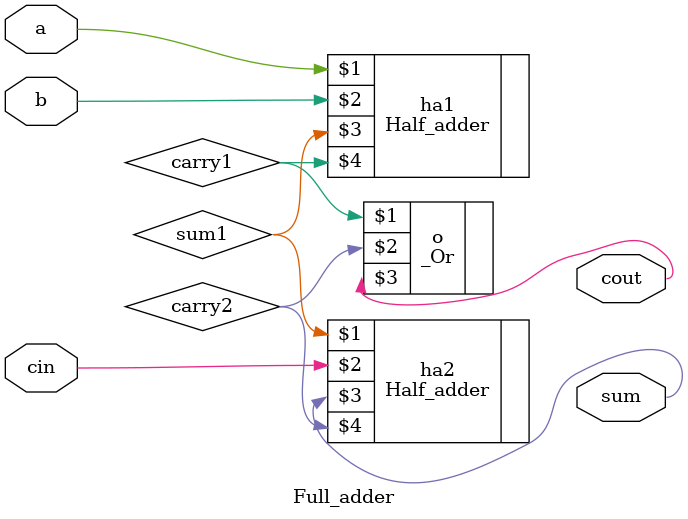
<source format=v>
module Full_adder(
    input a, b, cin,    // cin = carry in
    output sum, cout    // cout = carry out
);
    // first half adder
    wire sum1, carry1;
    Half_adder ha1(a, b, sum1, carry1);

    // second half adder
    wire carry2;
    Half_adder ha2(sum1, cin, sum, carry2);

    // carry1 OR carry2
    _Or o(carry1, carry2, cout);
endmodule
</source>
